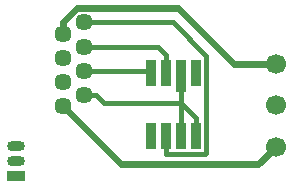
<source format=gbr>
G04 #@! TF.GenerationSoftware,KiCad,Pcbnew,(5.1.2)-2*
G04 #@! TF.CreationDate,2019-11-18T12:10:18+11:00*
G04 #@! TF.ProjectId,BoSL Probe,426f534c-2050-4726-9f62-652e6b696361,rev?*
G04 #@! TF.SameCoordinates,Original*
G04 #@! TF.FileFunction,Copper,L2,Bot*
G04 #@! TF.FilePolarity,Positive*
%FSLAX46Y46*%
G04 Gerber Fmt 4.6, Leading zero omitted, Abs format (unit mm)*
G04 Created by KiCad (PCBNEW (5.1.2)-2) date 2019-11-18 12:10:18*
%MOMM*%
%LPD*%
G04 APERTURE LIST*
%ADD10R,0.900000X2.250000*%
%ADD11R,0.900000X2.800000*%
%ADD12C,1.450000*%
%ADD13R,1.500000X0.900000*%
%ADD14O,1.500000X0.900000*%
%ADD15C,1.700000*%
%ADD16C,0.400000*%
%ADD17C,0.600000*%
G04 APERTURE END LIST*
D10*
X114450000Y-102600000D03*
X115700000Y-102600000D03*
X117000000Y-102600000D03*
X118250000Y-102600000D03*
X114450000Y-97250000D03*
X115700000Y-97250000D03*
D11*
X117000000Y-97525000D03*
D10*
X118250000Y-97250000D03*
D12*
X108768000Y-99100000D03*
X108768000Y-97060000D03*
X108768000Y-95020000D03*
X108768000Y-92980000D03*
X106990000Y-100080000D03*
X106990000Y-93960000D03*
X106990000Y-98040000D03*
X106990000Y-96000000D03*
D13*
X103000000Y-106000000D03*
D14*
X103000000Y-103460000D03*
X103000000Y-104730000D03*
D15*
X125000000Y-96500000D03*
X125000000Y-103500000D03*
X125000000Y-100000000D03*
D16*
X115700000Y-95725000D02*
X115700000Y-97250000D01*
X114995000Y-95020000D02*
X115700000Y-95725000D01*
X108768000Y-95020000D02*
X114995000Y-95020000D01*
X117000000Y-99825000D02*
X117000000Y-99800000D01*
X118250000Y-101075000D02*
X117000000Y-99825000D01*
X118250000Y-102600000D02*
X118250000Y-101075000D01*
X117000000Y-102600000D02*
X117000000Y-99800000D01*
X117000000Y-99800000D02*
X117000000Y-97525000D01*
X110493304Y-99800000D02*
X117000000Y-99800000D01*
X109793304Y-99100000D02*
X110493304Y-99800000D01*
X108768000Y-99100000D02*
X109793304Y-99100000D01*
D17*
X106990000Y-100080000D02*
X111910000Y-105000000D01*
X123500000Y-105000000D02*
X111910000Y-105000000D01*
X125000000Y-103500000D02*
X123500000Y-105000000D01*
X121500000Y-96500000D02*
X125000000Y-96500000D01*
X116754999Y-91754999D02*
X121500000Y-96500000D01*
X108179999Y-91754999D02*
X116754999Y-91754999D01*
X106990000Y-93960000D02*
X106990000Y-92944998D01*
X106990000Y-92944998D02*
X108179999Y-91754999D01*
D16*
X114260000Y-97060000D02*
X114450000Y-97250000D01*
X108768000Y-97060000D02*
X114260000Y-97060000D01*
X115700000Y-104125000D02*
X115700000Y-102600000D01*
X119020001Y-104125001D02*
X115700000Y-104125000D01*
X119100001Y-104045001D02*
X119020001Y-104125001D01*
X119100001Y-95804999D02*
X119100001Y-104045001D01*
X116275002Y-92980000D02*
X119100001Y-95804999D01*
X108768000Y-92980000D02*
X116275002Y-92980000D01*
M02*

</source>
